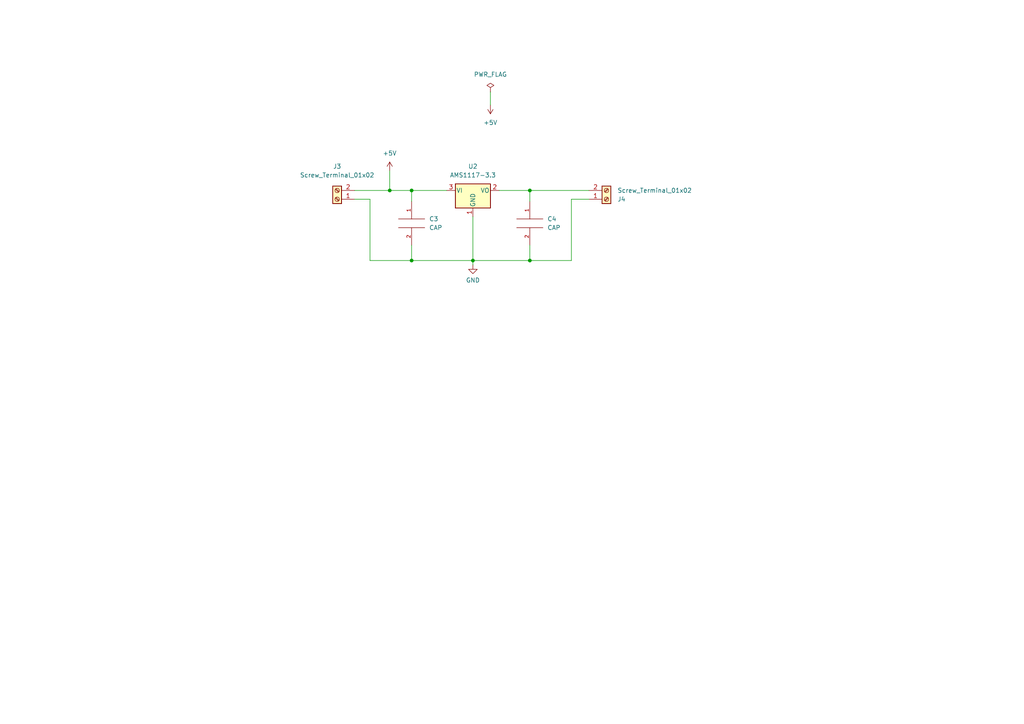
<source format=kicad_sch>
(kicad_sch (version 20211123) (generator eeschema)
  (paper "A4")
  (lib_symbols
    (symbol "Connector:Screw_Terminal_01x02" (pin_names (offset 1.016) hide)
      (property "Reference" "J" (at 0 2.54 0))
      (property "Value" "Screw_Terminal_01x02" (at 0 -5.08 0))
      (symbol "Screw_Terminal_01x02_1_1"
        (rectangle (start -1.27 1.27) (end 1.27 -3.81) (stroke (width 0.254)) (fill (type background)))
        (circle (center 0 -2.54) (radius 0.635) (stroke (width 0.1524)))
        (polyline (pts (xy -0.5334 -2.2098) (xy 0.3302 -3.048)) (stroke (width 0.1524)))
        (polyline (pts (xy -0.5334 0.3302) (xy 0.3302 -0.508)) (stroke (width 0.1524)))
        (polyline (pts (xy -0.3556 -2.032) (xy 0.508 -2.8702)) (stroke (width 0.1524)))
        (polyline (pts (xy -0.3556 0.508) (xy 0.508 -0.3302)) (stroke (width 0.1524)))
        (circle (center 0 0) (radius 0.635) (stroke (width 0.1524)))
        (pin passive line (at -5.08 0 0) (length 3.81) (name "Pin_1") (number "1"))
        (pin passive line (at -5.08 -2.54 0) (length 3.81) (name "Pin_2") (number "2"))
      )
    )
    (symbol "Regulator_Linear:AMS1117-3.3" (pin_names (offset 0.254))
      (property "Reference" "U" (at -3.81 3.175 0))
      (property "Value" "AMS1117-3.3" (at 0 3.175 0))
      (symbol "AMS1117-3.3_0_1"
        (rectangle (start -5.08 -5.08) (end 5.08 1.905) (stroke (width 0.254)) (fill (type background)))
      )
      (symbol "AMS1117-3.3_1_1"
        (pin power_in line (at 0 -7.62 90) (length 2.54) (name "GND") (number "1"))
        (pin power_out line (at 7.62 0 180) (length 2.54) (name "VO") (number "2"))
        (pin power_in line (at -7.62 0 0) (length 2.54) (name "VI") (number "3"))
      )
    )
    (symbol "power:+5V" (power) (pin_names (offset 0))
      (property "Value" "+5V" (at 0 3.556 0))
      (symbol "+5V_0_1"
        (polyline (pts (xy -0.762 1.27) (xy 0 2.54)))
        (polyline (pts (xy 0 0) (xy 0 2.54)))
        (polyline (pts (xy 0 2.54) (xy 0.762 1.27)))
      )
      (symbol "+5V_1_1"
        (pin power_in line (at 0 0 90) (length 0) hide (name "+5V") (number "1"))
      )
    )
    (symbol "power:GND" (power) (pin_names (offset 0))
      (property "Value" "GND" (at 0 -3.81 0))
      (symbol "GND_0_1"
        (polyline (pts (xy 0 0) (xy 0 -1.27) (xy 1.27 -1.27) (xy 0 -2.54) (xy -1.27 -1.27) (xy 0 -1.27)))
      )
      (symbol "GND_1_1"
        (pin power_in line (at 0 0 270) (length 0) hide (name "GND") (number "1"))
      )
    )
    (symbol "power:PWR_FLAG" (power) (pin_numbers hide) (pin_names (offset 0) hide)
      (property "Value" "PWR_FLAG" (at 0 3.81 0))
      (symbol "PWR_FLAG_0_0"
        (pin power_out line (at 0 0 90) (length 0) (name "pwr") (number "1"))
      )
      (symbol "PWR_FLAG_0_1"
        (polyline (pts (xy 0 0) (xy 0 1.27) (xy -1.016 1.905) (xy 0 2.54) (xy 1.016 1.905) (xy 0 1.27)))
      )
    )
    (symbol "pspice:CAP" (pin_names (offset 0.254))
      (property "Reference" "C" (at 2.54 3.81 90))
      (property "Value" "CAP" (at 2.54 -3.81 90))
      (symbol "CAP_0_1"
        (polyline (pts (xy -3.81 -1.27) (xy 3.81 -1.27)))
        (polyline (pts (xy -3.81 1.27) (xy 3.81 1.27)))
      )
      (symbol "CAP_1_1"
        (pin passive line (at 0 6.35 270) (length 5.08) (name "~") (number "1"))
        (pin passive line (at 0 -6.35 90) (length 5.08) (name "~") (number "2"))
      )
    )
  )
  (junction (at 153.67 55.245))
  (junction (at 137.16 75.565))
  (junction (at 119.38 75.565))
  (junction (at 153.67 75.565))
  (junction (at 119.38 55.245))
  (junction (at 113.03 55.245))
  (wire (pts (xy 113.03 55.245) (xy 119.38 55.245)))
  (wire (pts (xy 113.03 49.53) (xy 113.03 55.245)))
  (wire (pts (xy 165.735 75.565) (xy 153.67 75.565)))
  (wire (pts (xy 107.315 75.565) (xy 119.38 75.565)))
  (wire (pts (xy 102.87 55.245) (xy 113.03 55.245)))
  (wire (pts (xy 119.38 75.565) (xy 137.16 75.565)))
  (wire (pts (xy 119.38 71.12) (xy 119.38 75.565)))
  (wire (pts (xy 165.735 57.785) (xy 165.735 75.565)))
  (wire (pts (xy 144.78 55.245) (xy 153.67 55.245)))
  (wire (pts (xy 137.16 62.865) (xy 137.16 75.565)))
  (wire (pts (xy 153.67 55.245) (xy 170.815 55.245)))
  (wire (pts (xy 153.67 55.245) (xy 153.67 58.42)))
  (wire (pts (xy 119.38 55.245) (xy 129.54 55.245)))
  (wire (pts (xy 142.24 26.67) (xy 142.24 30.48)))
  (wire (pts (xy 102.87 57.785) (xy 107.315 57.785)))
  (wire (pts (xy 107.315 57.785) (xy 107.315 75.565)))
  (wire (pts (xy 153.67 75.565) (xy 137.16 75.565)))
  (wire (pts (xy 153.67 71.12) (xy 153.67 75.565)))
  (wire (pts (xy 119.38 55.245) (xy 119.38 58.42)))
  (wire (pts (xy 170.815 57.785) (xy 165.735 57.785)))
  (wire (pts (xy 137.16 75.565) (xy 137.16 76.835)))
  (symbol (lib_id "power:+5V") (at 142.24 30.48 180) (unit 1)
    (property "Reference" "#PWR0107" (effects hide))
    (property "Value" "+5V" (at 142.24 35.56 0))
  )
  (symbol (lib_id "pspice:CAP") (at 119.38 64.77 0) (unit 1)
    (property "Reference" "C3" (at 124.46 63.4999 0) (effects (justify left)))
    (property "Value" "CAP" (at 124.46 66.0399 0) (effects (justify left)))
  )
  (symbol (lib_id "Connector:Screw_Terminal_01x02") (at 97.79 57.785 180) (unit 1)
    (property "Reference" "J3" (at 97.79 48.26 0))
    (property "Value" "Screw_Terminal_01x02" (at 97.79 50.8 0))
  )
  (symbol (lib_id "power:GND") (at 137.16 76.835 0) (unit 1)
    (property "Reference" "#PWR0106" (effects hide))
    (property "Value" "GND" (at 137.16 81.28 0))
  )
  (symbol (lib_id "Connector:Screw_Terminal_01x02") (at 175.895 57.785 0) (mirror x) (unit 1)
    (property "Reference" "J4" (at 179.07 57.7851 0) (effects (justify left)))
    (property "Value" "Screw_Terminal_01x02" (at 179.07 55.2451 0) (effects (justify left)))
  )
  (symbol (lib_id "power:PWR_FLAG") (at 142.24 26.67 0) (unit 1)
    (property "Reference" "#FLG0103" (effects hide))
    (property "Value" "PWR_FLAG" (at 142.24 21.59 0))
  )
  (symbol (lib_id "pspice:CAP") (at 153.67 64.77 0) (unit 1)
    (property "Reference" "C4" (at 158.75 63.4999 0) (effects (justify left)))
    (property "Value" "CAP" (at 158.75 66.0399 0) (effects (justify left)))
  )
  (symbol (lib_id "Regulator_Linear:AMS1117-3.3") (at 137.16 55.245 0) (unit 1)
    (property "Reference" "U2" (at 137.16 48.26 0))
    (property "Value" "AMS1117-3.3" (at 137.16 50.8 0))
    (property "Footprint" "Package_TO_SOT_SMD:SOT-223-3_TabPin2" (effects hide))
    (property "Datasheet" "http://www.advanced-monolithic.com/pdf/ds1117.pdf" (effects hide))
  )
  (symbol (lib_id "power:+5V") (at 113.03 49.53 0) (unit 1)
    (property "Reference" "#PWR0105" (effects hide))
    (property "Value" "+5V" (at 113.03 44.45 0))
  )
)
</source>
